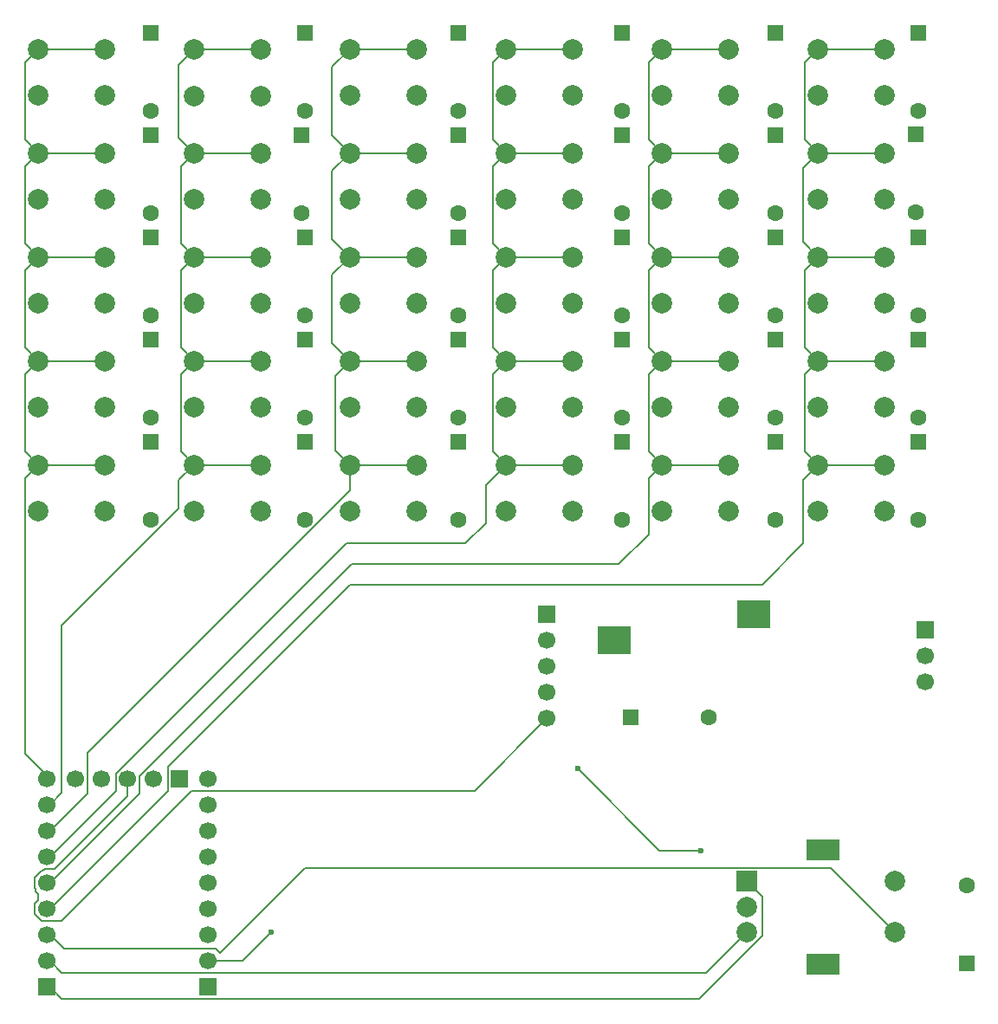
<source format=gbr>
%TF.GenerationSoftware,KiCad,Pcbnew,9.0.7*%
%TF.CreationDate,2026-02-01T21:09:59+09:00*%
%TF.ProjectId,YMMkeyboard,594d4d6b-6579-4626-9f61-72642e6b6963,rev?*%
%TF.SameCoordinates,Original*%
%TF.FileFunction,Copper,L2,Bot*%
%TF.FilePolarity,Positive*%
%FSLAX46Y46*%
G04 Gerber Fmt 4.6, Leading zero omitted, Abs format (unit mm)*
G04 Created by KiCad (PCBNEW 9.0.7) date 2026-02-01 21:09:59*
%MOMM*%
%LPD*%
G01*
G04 APERTURE LIST*
G04 Aperture macros list*
%AMRoundRect*
0 Rectangle with rounded corners*
0 $1 Rounding radius*
0 $2 $3 $4 $5 $6 $7 $8 $9 X,Y pos of 4 corners*
0 Add a 4 corners polygon primitive as box body*
4,1,4,$2,$3,$4,$5,$6,$7,$8,$9,$2,$3,0*
0 Add four circle primitives for the rounded corners*
1,1,$1+$1,$2,$3*
1,1,$1+$1,$4,$5*
1,1,$1+$1,$6,$7*
1,1,$1+$1,$8,$9*
0 Add four rect primitives between the rounded corners*
20,1,$1+$1,$2,$3,$4,$5,0*
20,1,$1+$1,$4,$5,$6,$7,0*
20,1,$1+$1,$6,$7,$8,$9,0*
20,1,$1+$1,$8,$9,$2,$3,0*%
G04 Aperture macros list end*
%TA.AperFunction,ComponentPad*%
%ADD10R,1.700000X1.700000*%
%TD*%
%TA.AperFunction,ComponentPad*%
%ADD11C,1.700000*%
%TD*%
%TA.AperFunction,ComponentPad*%
%ADD12RoundRect,0.250000X-0.550000X-0.550000X0.550000X-0.550000X0.550000X0.550000X-0.550000X0.550000X0*%
%TD*%
%TA.AperFunction,ComponentPad*%
%ADD13C,1.600000*%
%TD*%
%TA.AperFunction,SMDPad,CuDef*%
%ADD14R,3.200000X2.780000*%
%TD*%
%TA.AperFunction,ComponentPad*%
%ADD15RoundRect,0.250000X-0.550000X0.550000X-0.550000X-0.550000X0.550000X-0.550000X0.550000X0.550000X0*%
%TD*%
%TA.AperFunction,ComponentPad*%
%ADD16R,2.000000X2.000000*%
%TD*%
%TA.AperFunction,ComponentPad*%
%ADD17C,2.000000*%
%TD*%
%TA.AperFunction,ComponentPad*%
%ADD18R,3.200000X2.000000*%
%TD*%
%TA.AperFunction,ComponentPad*%
%ADD19RoundRect,0.250000X0.550000X-0.550000X0.550000X0.550000X-0.550000X0.550000X-0.550000X-0.550000X0*%
%TD*%
%TA.AperFunction,ViaPad*%
%ADD20C,0.600000*%
%TD*%
%TA.AperFunction,Conductor*%
%ADD21C,0.200000*%
%TD*%
G04 APERTURE END LIST*
D10*
%TO.P,U1,0,0*%
%TO.N,Net-(SW32-PadA)*%
X118090000Y-118310000D03*
D11*
%TO.P,U1,1,1*%
%TO.N,Net-(SW32-PadB)*%
X118090000Y-115770000D03*
%TO.P,U1,2,2*%
%TO.N,Net-(SW32-PadS1)*%
X118090000Y-113230000D03*
%TO.P,U1,3,3*%
%TO.N,Net-(SW13-Pad1)*%
X118090000Y-110690000D03*
%TO.P,U1,4,4*%
%TO.N,Net-(SW12-Pad1)*%
X118090000Y-108150000D03*
%TO.P,U1,5,5*%
%TO.N,Net-(SW11-Pad1)*%
X118090000Y-105610000D03*
%TO.P,U1,6,6*%
%TO.N,Net-(SW10-Pad1)*%
X118090000Y-103070000D03*
%TO.P,U1,7,7*%
%TO.N,Net-(SW15-Pad1)*%
X118090000Y-100530000D03*
%TO.P,U1,8,8*%
%TO.N,Net-(SW14-Pad1)*%
X118090000Y-97990000D03*
%TO.P,U1,9,9*%
%TO.N,Net-(J3-Pin_3)*%
X120920000Y-98000000D03*
%TO.P,U1,10,10*%
%TO.N,unconnected-(U1-Pad10)*%
X123460000Y-98000000D03*
%TO.P,U1,11,11*%
%TO.N,Net-(J1-Pin_5)*%
X126000000Y-98000000D03*
%TO.P,U1,12,12*%
%TO.N,Net-(J1-Pin_4)*%
X128540000Y-98000000D03*
D10*
%TO.P,U1,13,13*%
%TO.N,Net-(J1-Pin_3)*%
X131080000Y-98000000D03*
D11*
%TO.P,U1,14,14*%
%TO.N,Net-(D26-K)*%
X133870000Y-97980000D03*
%TO.P,U1,15,15*%
%TO.N,Net-(D20-K)*%
X133870000Y-100520000D03*
%TO.P,U1,26,26*%
%TO.N,Net-(D14-K)*%
X133870000Y-103060000D03*
%TO.P,U1,27,27*%
%TO.N,Net-(D10-K)*%
X133870000Y-105600000D03*
%TO.P,U1,28,28*%
%TO.N,Net-(D2-K)*%
X133870000Y-108140000D03*
%TO.P,U1,29,29*%
%TO.N,Net-(D32-K)*%
X133870000Y-110680000D03*
%TO.P,U1,30,3V3*%
%TO.N,unconnected-(U1-3V3-Pad30)*%
X133870000Y-113220000D03*
%TO.P,U1,31,GND*%
%TO.N,GND*%
X133870000Y-115760000D03*
D10*
%TO.P,U1,32,5V*%
%TO.N,Net-(J1-Pin_2)*%
X133870000Y-118300000D03*
%TD*%
D12*
%TO.P,D29,1,K*%
%TO.N,N/C*%
X175190000Y-92000000D03*
D13*
%TO.P,D29,2,A*%
X182810000Y-92000000D03*
%TD*%
D14*
%TO.P,REF\u002A\u002A,1*%
%TO.N,N/C*%
X173537000Y-84460000D03*
%TO.P,REF\u002A\u002A,2*%
X187220000Y-81920000D03*
%TD*%
D13*
%TO.P,D9,2,A*%
%TO.N,Net-(D9-A)*%
X143000000Y-42730000D03*
D15*
%TO.P,D9,1,K*%
%TO.N,Net-(D10-K)*%
X143000000Y-35110000D03*
%TD*%
%TO.P,D13,1,K*%
%TO.N,Net-(D10-K)*%
X203000000Y-35000000D03*
D13*
%TO.P,D13,2,A*%
%TO.N,Net-(D13-A)*%
X203000000Y-42620000D03*
%TD*%
%TO.P,D3,2,A*%
%TO.N,Net-(D3-A)*%
X143300000Y-32700000D03*
D15*
%TO.P,D3,1,K*%
%TO.N,Net-(D2-K)*%
X143300000Y-25080000D03*
%TD*%
D13*
%TO.P,D15,2,A*%
%TO.N,Net-(D15-A)*%
X143300000Y-52700000D03*
D15*
%TO.P,D15,1,K*%
%TO.N,Net-(D14-K)*%
X143300000Y-45080000D03*
%TD*%
D13*
%TO.P,D12,2,A*%
%TO.N,Net-(D12-A)*%
X189300000Y-42700000D03*
D15*
%TO.P,D12,1,K*%
%TO.N,Net-(D10-K)*%
X189300000Y-35080000D03*
%TD*%
D13*
%TO.P,D2,2,A*%
%TO.N,Net-(D2-A)*%
X128300000Y-32700000D03*
D15*
%TO.P,D2,1,K*%
%TO.N,Net-(D2-K)*%
X128300000Y-25080000D03*
%TD*%
D16*
%TO.P,SW32,A,A*%
%TO.N,Net-(SW32-PadA)*%
X186500000Y-108000000D03*
D17*
%TO.P,SW32,B,B*%
%TO.N,Net-(SW32-PadB)*%
X186500000Y-113000000D03*
%TO.P,SW32,C,C*%
%TO.N,GND*%
X186500000Y-110500000D03*
D18*
%TO.P,SW32,MP*%
%TO.N,N/C*%
X194000000Y-104900000D03*
X194000000Y-116100000D03*
D17*
%TO.P,SW32,S1,S1*%
%TO.N,Net-(SW32-PadS1)*%
X201000000Y-113000000D03*
%TO.P,SW32,S2,S2*%
%TO.N,Net-(D32-A)*%
X201000000Y-108000000D03*
%TD*%
%TO.P,SW31,1,1*%
%TO.N,Net-(SW13-Pad1)*%
X193460000Y-67320000D03*
X199960000Y-67320000D03*
%TO.P,SW31,2,2*%
%TO.N,Net-(D31-A)*%
X193460000Y-71820000D03*
X199960000Y-71820000D03*
%TD*%
%TO.P,SW30,1,1*%
%TO.N,Net-(SW12-Pad1)*%
X178220000Y-67320000D03*
X184720000Y-67320000D03*
%TO.P,SW30,2,2*%
%TO.N,Net-(D30-A)*%
X178220000Y-71820000D03*
X184720000Y-71820000D03*
%TD*%
%TO.P,SW29,1,1*%
%TO.N,Net-(SW11-Pad1)*%
X162980000Y-67320000D03*
X169480000Y-67320000D03*
%TO.P,SW29,2,2*%
%TO.N,Net-(D29-A)*%
X162980000Y-71820000D03*
X169480000Y-71820000D03*
%TD*%
%TO.P,SW28,1,1*%
%TO.N,Net-(SW10-Pad1)*%
X147740000Y-67320000D03*
X154240000Y-67320000D03*
%TO.P,SW28,2,2*%
%TO.N,Net-(D28-A)*%
X147740000Y-71820000D03*
X154240000Y-71820000D03*
%TD*%
%TO.P,SW27,1,1*%
%TO.N,Net-(SW15-Pad1)*%
X132500000Y-67320000D03*
X139000000Y-67320000D03*
%TO.P,SW27,2,2*%
%TO.N,Net-(D27-A)*%
X132500000Y-71820000D03*
X139000000Y-71820000D03*
%TD*%
%TO.P,SW26,1,1*%
%TO.N,Net-(SW14-Pad1)*%
X117260000Y-67320000D03*
X123760000Y-67320000D03*
%TO.P,SW26,2,2*%
%TO.N,Net-(D26-A)*%
X117260000Y-71820000D03*
X123760000Y-71820000D03*
%TD*%
%TO.P,SW25,1,1*%
%TO.N,Net-(SW13-Pad1)*%
X193460000Y-57160000D03*
X199960000Y-57160000D03*
%TO.P,SW25,2,2*%
%TO.N,Net-(D25-A)*%
X193460000Y-61660000D03*
X199960000Y-61660000D03*
%TD*%
%TO.P,SW24,1,1*%
%TO.N,Net-(SW12-Pad1)*%
X178220000Y-57160000D03*
X184720000Y-57160000D03*
%TO.P,SW24,2,2*%
%TO.N,Net-(D24-A)*%
X178220000Y-61660000D03*
X184720000Y-61660000D03*
%TD*%
%TO.P,SW23,1,1*%
%TO.N,Net-(SW11-Pad1)*%
X162980000Y-57160000D03*
X169480000Y-57160000D03*
%TO.P,SW23,2,2*%
%TO.N,Net-(D23-A)*%
X162980000Y-61660000D03*
X169480000Y-61660000D03*
%TD*%
%TO.P,SW22,1,1*%
%TO.N,Net-(SW10-Pad1)*%
X147740000Y-57160000D03*
X154240000Y-57160000D03*
%TO.P,SW22,2,2*%
%TO.N,Net-(D22-A)*%
X147740000Y-61660000D03*
X154240000Y-61660000D03*
%TD*%
%TO.P,SW21,1,1*%
%TO.N,Net-(SW15-Pad1)*%
X132500000Y-57160000D03*
X139000000Y-57160000D03*
%TO.P,SW21,2,2*%
%TO.N,Net-(D21-A)*%
X132500000Y-61660000D03*
X139000000Y-61660000D03*
%TD*%
%TO.P,SW20,1,1*%
%TO.N,Net-(SW14-Pad1)*%
X117260000Y-57160000D03*
X123760000Y-57160000D03*
%TO.P,SW20,2,2*%
%TO.N,Net-(D20-A)*%
X117260000Y-61660000D03*
X123760000Y-61660000D03*
%TD*%
%TO.P,SW19,1,1*%
%TO.N,Net-(SW13-Pad1)*%
X193460000Y-47000000D03*
X199960000Y-47000000D03*
%TO.P,SW19,2,2*%
%TO.N,Net-(D19-A)*%
X193460000Y-51500000D03*
X199960000Y-51500000D03*
%TD*%
%TO.P,SW18,1,1*%
%TO.N,Net-(SW12-Pad1)*%
X178220000Y-47000000D03*
X184720000Y-47000000D03*
%TO.P,SW18,2,2*%
%TO.N,Net-(D18-A)*%
X178220000Y-51500000D03*
X184720000Y-51500000D03*
%TD*%
%TO.P,SW17,1,1*%
%TO.N,Net-(SW11-Pad1)*%
X162980000Y-47000000D03*
X169480000Y-47000000D03*
%TO.P,SW17,2,2*%
%TO.N,Net-(D17-A)*%
X162980000Y-51500000D03*
X169480000Y-51500000D03*
%TD*%
%TO.P,SW16,1,1*%
%TO.N,Net-(SW10-Pad1)*%
X147740000Y-47000000D03*
X154240000Y-47000000D03*
%TO.P,SW16,2,2*%
%TO.N,Net-(D16-A)*%
X147740000Y-51500000D03*
X154240000Y-51500000D03*
%TD*%
%TO.P,SW15,1,1*%
%TO.N,Net-(SW15-Pad1)*%
X132500000Y-47000000D03*
X139000000Y-47000000D03*
%TO.P,SW15,2,2*%
%TO.N,Net-(D15-A)*%
X132500000Y-51500000D03*
X139000000Y-51500000D03*
%TD*%
%TO.P,SW14,1,1*%
%TO.N,Net-(SW14-Pad1)*%
X117260000Y-47000000D03*
X123760000Y-47000000D03*
%TO.P,SW14,2,2*%
%TO.N,Net-(D14-A)*%
X117260000Y-51500000D03*
X123760000Y-51500000D03*
%TD*%
%TO.P,SW13,1,1*%
%TO.N,Net-(SW13-Pad1)*%
X193460000Y-36840000D03*
X199960000Y-36840000D03*
%TO.P,SW13,2,2*%
%TO.N,Net-(D13-A)*%
X193460000Y-41340000D03*
X199960000Y-41340000D03*
%TD*%
%TO.P,SW12,1,1*%
%TO.N,Net-(SW12-Pad1)*%
X178220000Y-36840000D03*
X184720000Y-36840000D03*
%TO.P,SW12,2,2*%
%TO.N,Net-(D12-A)*%
X178220000Y-41340000D03*
X184720000Y-41340000D03*
%TD*%
%TO.P,SW11,1,1*%
%TO.N,Net-(SW11-Pad1)*%
X162980000Y-36840000D03*
X169480000Y-36840000D03*
%TO.P,SW11,2,2*%
%TO.N,Net-(D11-A)*%
X162980000Y-41340000D03*
X169480000Y-41340000D03*
%TD*%
%TO.P,SW10,1,1*%
%TO.N,Net-(SW10-Pad1)*%
X147740000Y-36840000D03*
X154240000Y-36840000D03*
%TO.P,SW10,2,2*%
%TO.N,Net-(D10-A)*%
X147740000Y-41340000D03*
X154240000Y-41340000D03*
%TD*%
%TO.P,SW9,1,1*%
%TO.N,Net-(SW15-Pad1)*%
X132500000Y-36840000D03*
X139000000Y-36840000D03*
%TO.P,SW9,2,2*%
%TO.N,Net-(D9-A)*%
X132500000Y-41340000D03*
X139000000Y-41340000D03*
%TD*%
%TO.P,SW8,1,1*%
%TO.N,Net-(SW14-Pad1)*%
X117260000Y-36840000D03*
X123760000Y-36840000D03*
%TO.P,SW8,2,2*%
%TO.N,Net-(D8-A)*%
X117260000Y-41340000D03*
X123760000Y-41340000D03*
%TD*%
%TO.P,SW7,1,1*%
%TO.N,Net-(SW13-Pad1)*%
X193460000Y-26680000D03*
X199960000Y-26680000D03*
%TO.P,SW7,2,2*%
%TO.N,Net-(D7-A)*%
X193460000Y-31180000D03*
X199960000Y-31180000D03*
%TD*%
%TO.P,SW6,1,1*%
%TO.N,Net-(SW12-Pad1)*%
X178220000Y-26680000D03*
X184720000Y-26680000D03*
%TO.P,SW6,2,2*%
%TO.N,Net-(D6-A)*%
X178220000Y-31180000D03*
X184720000Y-31180000D03*
%TD*%
%TO.P,SW5,1,1*%
%TO.N,Net-(SW11-Pad1)*%
X162980000Y-26680000D03*
X169480000Y-26680000D03*
%TO.P,SW5,2,2*%
%TO.N,Net-(D5-A)*%
X162980000Y-31180000D03*
X169480000Y-31180000D03*
%TD*%
%TO.P,SW4,1,1*%
%TO.N,Net-(SW10-Pad1)*%
X147740000Y-26680000D03*
X154240000Y-26680000D03*
%TO.P,SW4,2,2*%
%TO.N,Net-(D4-A)*%
X147740000Y-31180000D03*
X154240000Y-31180000D03*
%TD*%
%TO.P,SW3,1,1*%
%TO.N,Net-(SW15-Pad1)*%
X132500000Y-26735000D03*
X139000000Y-26735000D03*
%TO.P,SW3,2,2*%
%TO.N,Net-(D3-A)*%
X132500000Y-31235000D03*
X139000000Y-31235000D03*
%TD*%
%TO.P,SW2,1,1*%
%TO.N,Net-(SW14-Pad1)*%
X117260000Y-26680000D03*
X123760000Y-26680000D03*
%TO.P,SW2,2,2*%
%TO.N,Net-(D2-A)*%
X117260000Y-31180000D03*
X123760000Y-31180000D03*
%TD*%
D10*
%TO.P,J3,1,Pin_1*%
%TO.N,Net-(J1-Pin_2)*%
X204000000Y-83460000D03*
D11*
%TO.P,J3,2,Pin_2*%
%TO.N,GND*%
X204000000Y-86000000D03*
%TO.P,J3,3,Pin_3*%
%TO.N,Net-(J3-Pin_3)*%
X204000000Y-88540000D03*
%TD*%
D10*
%TO.P,J1,1,Pin_1*%
%TO.N,GND*%
X167000000Y-81920000D03*
D11*
%TO.P,J1,2,Pin_2*%
%TO.N,Net-(J1-Pin_2)*%
X167000000Y-84460000D03*
%TO.P,J1,3,Pin_3*%
%TO.N,Net-(J1-Pin_3)*%
X167000000Y-87000000D03*
%TO.P,J1,4,Pin_4*%
%TO.N,Net-(J1-Pin_4)*%
X167000000Y-89540000D03*
%TO.P,J1,5,Pin_5*%
%TO.N,Net-(J1-Pin_5)*%
X167000000Y-92080000D03*
%TD*%
D19*
%TO.P,D32,1,K*%
%TO.N,Net-(D32-K)*%
X208000000Y-116000000D03*
D13*
%TO.P,D32,2,A*%
%TO.N,Net-(D32-A)*%
X208000000Y-108380000D03*
%TD*%
D15*
%TO.P,D31,1,K*%
%TO.N,Net-(D26-K)*%
X203300000Y-65080000D03*
D13*
%TO.P,D31,2,A*%
%TO.N,Net-(D31-A)*%
X203300000Y-72700000D03*
%TD*%
D15*
%TO.P,D30,1,K*%
%TO.N,Net-(D26-K)*%
X189300000Y-65080000D03*
D13*
%TO.P,D30,2,A*%
%TO.N,Net-(D30-A)*%
X189300000Y-72700000D03*
%TD*%
D15*
%TO.P,D29,1,K*%
%TO.N,Net-(D26-K)*%
X174300000Y-65080000D03*
D13*
%TO.P,D29,2,A*%
%TO.N,Net-(D29-A)*%
X174300000Y-72700000D03*
%TD*%
D15*
%TO.P,D28,1,K*%
%TO.N,Net-(D26-K)*%
X158300000Y-65080000D03*
D13*
%TO.P,D28,2,A*%
%TO.N,Net-(D28-A)*%
X158300000Y-72700000D03*
%TD*%
D15*
%TO.P,D27,1,K*%
%TO.N,Net-(D26-K)*%
X143300000Y-65080000D03*
D13*
%TO.P,D27,2,A*%
%TO.N,Net-(D27-A)*%
X143300000Y-72700000D03*
%TD*%
D15*
%TO.P,D26,1,K*%
%TO.N,Net-(D26-K)*%
X128300000Y-65080000D03*
D13*
%TO.P,D26,2,A*%
%TO.N,Net-(D26-A)*%
X128300000Y-72700000D03*
%TD*%
D15*
%TO.P,D25,1,K*%
%TO.N,Net-(D20-K)*%
X203300000Y-55080000D03*
D13*
%TO.P,D25,2,A*%
%TO.N,Net-(D25-A)*%
X203300000Y-62700000D03*
%TD*%
D15*
%TO.P,D24,1,K*%
%TO.N,Net-(D20-K)*%
X189300000Y-55080000D03*
D13*
%TO.P,D24,2,A*%
%TO.N,Net-(D24-A)*%
X189300000Y-62700000D03*
%TD*%
D15*
%TO.P,D23,1,K*%
%TO.N,Net-(D20-K)*%
X174300000Y-55080000D03*
D13*
%TO.P,D23,2,A*%
%TO.N,Net-(D23-A)*%
X174300000Y-62700000D03*
%TD*%
D15*
%TO.P,D22,1,K*%
%TO.N,Net-(D20-K)*%
X158300000Y-55080000D03*
D13*
%TO.P,D22,2,A*%
%TO.N,Net-(D22-A)*%
X158300000Y-62700000D03*
%TD*%
D15*
%TO.P,D21,1,K*%
%TO.N,Net-(D20-K)*%
X143300000Y-55080000D03*
D13*
%TO.P,D21,2,A*%
%TO.N,Net-(D21-A)*%
X143300000Y-62700000D03*
%TD*%
D15*
%TO.P,D20,1,K*%
%TO.N,Net-(D20-K)*%
X128300000Y-55080000D03*
D13*
%TO.P,D20,2,A*%
%TO.N,Net-(D20-A)*%
X128300000Y-62700000D03*
%TD*%
D15*
%TO.P,D19,1,K*%
%TO.N,Net-(D14-K)*%
X203300000Y-45080000D03*
D13*
%TO.P,D19,2,A*%
%TO.N,Net-(D19-A)*%
X203300000Y-52700000D03*
%TD*%
D15*
%TO.P,D18,1,K*%
%TO.N,Net-(D14-K)*%
X189300000Y-45080000D03*
D13*
%TO.P,D18,2,A*%
%TO.N,Net-(D18-A)*%
X189300000Y-52700000D03*
%TD*%
D15*
%TO.P,D17,1,K*%
%TO.N,Net-(D14-K)*%
X174300000Y-45080000D03*
D13*
%TO.P,D17,2,A*%
%TO.N,Net-(D17-A)*%
X174300000Y-52700000D03*
%TD*%
D15*
%TO.P,D16,1,K*%
%TO.N,Net-(D14-K)*%
X158300000Y-45080000D03*
D13*
%TO.P,D16,2,A*%
%TO.N,Net-(D16-A)*%
X158300000Y-52700000D03*
%TD*%
D15*
%TO.P,D14,1,K*%
%TO.N,Net-(D14-K)*%
X128300000Y-45080000D03*
D13*
%TO.P,D14,2,A*%
%TO.N,Net-(D14-A)*%
X128300000Y-52700000D03*
%TD*%
D15*
%TO.P,D11,1,K*%
%TO.N,Net-(D10-K)*%
X174300000Y-35080000D03*
D13*
%TO.P,D11,2,A*%
%TO.N,Net-(D11-A)*%
X174300000Y-42700000D03*
%TD*%
D15*
%TO.P,D10,1,K*%
%TO.N,Net-(D10-K)*%
X158300000Y-35080000D03*
D13*
%TO.P,D10,2,A*%
%TO.N,Net-(D10-A)*%
X158300000Y-42700000D03*
%TD*%
D15*
%TO.P,D8,1,K*%
%TO.N,Net-(D10-K)*%
X128300000Y-35080000D03*
D13*
%TO.P,D8,2,A*%
%TO.N,Net-(D8-A)*%
X128300000Y-42700000D03*
%TD*%
D15*
%TO.P,D7,1,K*%
%TO.N,Net-(D2-K)*%
X203300000Y-25080000D03*
D13*
%TO.P,D7,2,A*%
%TO.N,Net-(D7-A)*%
X203300000Y-32700000D03*
%TD*%
D15*
%TO.P,D6,1,K*%
%TO.N,Net-(D2-K)*%
X189300000Y-25080000D03*
D13*
%TO.P,D6,2,A*%
%TO.N,Net-(D6-A)*%
X189300000Y-32700000D03*
%TD*%
D15*
%TO.P,D5,1,K*%
%TO.N,Net-(D2-K)*%
X174300000Y-25080000D03*
D13*
%TO.P,D5,2,A*%
%TO.N,Net-(D5-A)*%
X174300000Y-32700000D03*
%TD*%
D15*
%TO.P,D4,1,K*%
%TO.N,Net-(D2-K)*%
X158300000Y-25080000D03*
D13*
%TO.P,D4,2,A*%
%TO.N,Net-(D4-A)*%
X158300000Y-32700000D03*
%TD*%
D20*
%TO.N,GND*%
X140000000Y-113000000D03*
X182000000Y-105000000D03*
X170000000Y-97000000D03*
%TD*%
D21*
%TO.N,Net-(SW32-PadS1)*%
X119819000Y-114629000D02*
X118430000Y-113240000D01*
X133373240Y-114629000D02*
X119819000Y-114629000D01*
X134346760Y-114609000D02*
X133393240Y-114609000D01*
X134366760Y-114629000D02*
X134346760Y-114609000D01*
X135000000Y-115000000D02*
X134629000Y-114629000D01*
X134629000Y-114629000D02*
X134366760Y-114629000D01*
X133393240Y-114609000D02*
X133373240Y-114629000D01*
X143301000Y-106699000D02*
X135000000Y-115000000D01*
X194699000Y-106699000D02*
X143301000Y-106699000D01*
X201000000Y-113000000D02*
X194699000Y-106699000D01*
%TO.N,Net-(J1-Pin_5)*%
X126000000Y-99677760D02*
X126000000Y-98000000D01*
X118906760Y-106771000D02*
X126000000Y-99677760D01*
X117953240Y-106771000D02*
X118906760Y-106771000D01*
X117725240Y-106999000D02*
X117953240Y-106771000D01*
X117613240Y-106999000D02*
X117725240Y-106999000D01*
X116939000Y-107673240D02*
X117613240Y-106999000D01*
X116939000Y-108626760D02*
X116939000Y-107673240D01*
X117000000Y-108687760D02*
X116939000Y-108626760D01*
X117000000Y-109000000D02*
X117000000Y-108687760D01*
X117279000Y-109279000D02*
X117000000Y-109000000D01*
X117279000Y-109873240D02*
X117279000Y-109279000D01*
X116939000Y-110213240D02*
X117279000Y-109873240D01*
X117943240Y-111841000D02*
X117613240Y-111841000D01*
X117953240Y-111851000D02*
X117943240Y-111841000D01*
X132231000Y-99151000D02*
X119531000Y-111851000D01*
X119531000Y-111851000D02*
X117953240Y-111851000D01*
X117613240Y-111841000D02*
X116939000Y-111166760D01*
X159929000Y-99151000D02*
X132231000Y-99151000D01*
X167000000Y-92080000D02*
X159929000Y-99151000D01*
X116939000Y-111166760D02*
X116939000Y-110213240D01*
%TO.N,GND*%
X140000000Y-113000000D02*
X137220000Y-115780000D01*
X181000000Y-105000000D02*
X182000000Y-105000000D01*
X178000000Y-105000000D02*
X181000000Y-105000000D01*
X170000000Y-97000000D02*
X178000000Y-105000000D01*
%TO.N,Net-(SW32-PadB)*%
X118430000Y-115780000D02*
X119581000Y-116931000D01*
X182569000Y-116931000D02*
X186500000Y-113000000D01*
%TO.N,Net-(SW32-PadA)*%
X188000000Y-109500000D02*
X186500000Y-108000000D01*
X188000000Y-113339892D02*
X188000000Y-109500000D01*
X181868892Y-119471000D02*
X188000000Y-113339892D01*
X119581000Y-119471000D02*
X181868892Y-119471000D01*
X118430000Y-118320000D02*
X119581000Y-119471000D01*
%TO.N,Net-(SW13-Pad1)*%
X192000000Y-75000000D02*
X192000000Y-68780000D01*
X192000000Y-68780000D02*
X193460000Y-67320000D01*
X147778000Y-79000000D02*
X188000000Y-79000000D01*
X129929000Y-96849000D02*
X147778000Y-79000000D01*
X129929000Y-99201000D02*
X129929000Y-96849000D01*
X118430000Y-110700000D02*
X129929000Y-99201000D01*
X188000000Y-79000000D02*
X192000000Y-75000000D01*
%TO.N,Net-(SW12-Pad1)*%
X176919000Y-68621000D02*
X178220000Y-67320000D01*
X176919000Y-74081000D02*
X176919000Y-68621000D01*
X174000000Y-77000000D02*
X176919000Y-74081000D01*
X147912240Y-77000000D02*
X174000000Y-77000000D01*
X127151000Y-97761240D02*
X147912240Y-77000000D01*
X127151000Y-99439000D02*
X127151000Y-97761240D01*
X118430000Y-108160000D02*
X127151000Y-99439000D01*
%TO.N,Net-(SW11-Pad1)*%
X161000000Y-69300000D02*
X162980000Y-67320000D01*
X161000000Y-73000000D02*
X161000000Y-69300000D01*
X159000000Y-75000000D02*
X161000000Y-73000000D01*
X124849000Y-97523240D02*
X147372240Y-75000000D01*
X124849000Y-99201000D02*
X124849000Y-97523240D01*
X147372240Y-75000000D02*
X159000000Y-75000000D01*
X118430000Y-105620000D02*
X124849000Y-99201000D01*
%TO.N,Net-(SW10-Pad1)*%
X122071000Y-95486050D02*
X147740000Y-69817050D01*
X122071000Y-99439000D02*
X122071000Y-95486050D01*
X118430000Y-103080000D02*
X122071000Y-99439000D01*
X147740000Y-69817050D02*
X147740000Y-67320000D01*
%TO.N,Net-(SW15-Pad1)*%
X131000000Y-68820000D02*
X132500000Y-67320000D01*
X131000000Y-71557050D02*
X131000000Y-68820000D01*
X119581000Y-82976050D02*
X131000000Y-71557050D01*
X119581000Y-99389000D02*
X119581000Y-82976050D01*
X118430000Y-100540000D02*
X119581000Y-99389000D01*
%TO.N,Net-(SW14-Pad1)*%
X115959000Y-68621000D02*
X117260000Y-67320000D01*
X115959000Y-95529000D02*
X115959000Y-68621000D01*
X118430000Y-98000000D02*
X115959000Y-95529000D01*
X117260000Y-36840000D02*
X123760000Y-36840000D01*
X123760000Y-47000000D02*
X117260000Y-47000000D01*
X117260000Y-57160000D02*
X123760000Y-57160000D01*
X123760000Y-67320000D02*
X117260000Y-67320000D01*
%TO.N,Net-(SW15-Pad1)*%
X132500000Y-67320000D02*
X139000000Y-67320000D01*
X139000000Y-57160000D02*
X132500000Y-57160000D01*
X132500000Y-47000000D02*
X139000000Y-47000000D01*
X139000000Y-36840000D02*
X132500000Y-36840000D01*
X132500000Y-26735000D02*
X139000000Y-26735000D01*
%TO.N,Net-(SW10-Pad1)*%
X154240000Y-26680000D02*
X147740000Y-26680000D01*
X147740000Y-36840000D02*
X154240000Y-36840000D01*
X154240000Y-47000000D02*
X147740000Y-47000000D01*
X147740000Y-57160000D02*
X154240000Y-57160000D01*
X154240000Y-67320000D02*
X147740000Y-67320000D01*
%TO.N,Net-(SW11-Pad1)*%
X169480000Y-67320000D02*
X162980000Y-67320000D01*
X162980000Y-57160000D02*
X169480000Y-57160000D01*
X169480000Y-47000000D02*
X162980000Y-47000000D01*
X162980000Y-36840000D02*
X169480000Y-36840000D01*
X169480000Y-26680000D02*
X162980000Y-26680000D01*
%TO.N,Net-(SW12-Pad1)*%
X178220000Y-26680000D02*
X184720000Y-26680000D01*
X184720000Y-36840000D02*
X178220000Y-36840000D01*
X178220000Y-47000000D02*
X184720000Y-47000000D01*
X178220000Y-57160000D02*
X184720000Y-57160000D01*
X184720000Y-67320000D02*
X178220000Y-67320000D01*
%TO.N,Net-(SW13-Pad1)*%
X199960000Y-67320000D02*
X193460000Y-67320000D01*
X193460000Y-57160000D02*
X199960000Y-57160000D01*
X199960000Y-47000000D02*
X193460000Y-47000000D01*
X193460000Y-36840000D02*
X199960000Y-36840000D01*
X199960000Y-26680000D02*
X193460000Y-26680000D01*
X192159000Y-27981000D02*
X193460000Y-26680000D01*
X192159000Y-35539000D02*
X192159000Y-27981000D01*
X193460000Y-36840000D02*
X192159000Y-35539000D01*
X192000000Y-45540000D02*
X193460000Y-47000000D01*
X192000000Y-38300000D02*
X192000000Y-45540000D01*
X193460000Y-36840000D02*
X192000000Y-38300000D01*
X192159000Y-55859000D02*
X192159000Y-48301000D01*
X192159000Y-48301000D02*
X193460000Y-47000000D01*
X193460000Y-57160000D02*
X192159000Y-55859000D01*
X192159000Y-58461000D02*
X193460000Y-57160000D01*
X193460000Y-67320000D02*
X192159000Y-66019000D01*
X192159000Y-66019000D02*
X192159000Y-58461000D01*
%TO.N,Net-(SW12-Pad1)*%
X176919000Y-58461000D02*
X178220000Y-57160000D01*
X176919000Y-66019000D02*
X176919000Y-58461000D01*
X178220000Y-67320000D02*
X176919000Y-66019000D01*
X176919000Y-55859000D02*
X178220000Y-57160000D01*
X176919000Y-48301000D02*
X176919000Y-55859000D01*
X178220000Y-47000000D02*
X176919000Y-48301000D01*
X176919000Y-45699000D02*
X178220000Y-47000000D01*
X178220000Y-36840000D02*
X176919000Y-38141000D01*
X176919000Y-38141000D02*
X176919000Y-45699000D01*
X176919000Y-35539000D02*
X178220000Y-36840000D01*
X176919000Y-27981000D02*
X176919000Y-35539000D01*
X178220000Y-26680000D02*
X176919000Y-27981000D01*
%TO.N,Net-(SW11-Pad1)*%
X161679000Y-27981000D02*
X162980000Y-26680000D01*
X161679000Y-35539000D02*
X161679000Y-27981000D01*
X162980000Y-36840000D02*
X161679000Y-35539000D01*
X161679000Y-38141000D02*
X162980000Y-36840000D01*
X161679000Y-45699000D02*
X161679000Y-38141000D01*
X162980000Y-47000000D02*
X161679000Y-45699000D01*
X161679000Y-48301000D02*
X162980000Y-47000000D01*
X161679000Y-55859000D02*
X161679000Y-48301000D01*
X162980000Y-57160000D02*
X161679000Y-55859000D01*
X161679000Y-66019000D02*
X161679000Y-58461000D01*
X162980000Y-67320000D02*
X161679000Y-66019000D01*
X161679000Y-58461000D02*
X162980000Y-57160000D01*
%TO.N,Net-(SW10-Pad1)*%
X146290000Y-58610000D02*
X147740000Y-57160000D01*
X147740000Y-67320000D02*
X146290000Y-65870000D01*
X146290000Y-65870000D02*
X146290000Y-58610000D01*
X146000000Y-48740000D02*
X147740000Y-47000000D01*
X146000000Y-55420000D02*
X146000000Y-48740000D01*
X147740000Y-57160000D02*
X146000000Y-55420000D01*
X146000000Y-45260000D02*
X147740000Y-47000000D01*
X146000000Y-38580000D02*
X146000000Y-45260000D01*
X147740000Y-36840000D02*
X146000000Y-38580000D01*
X146000000Y-35100000D02*
X147740000Y-36840000D01*
X146000000Y-28420000D02*
X146000000Y-35100000D01*
X147740000Y-26680000D02*
X146000000Y-28420000D01*
%TO.N,Net-(SW15-Pad1)*%
X131000000Y-28235000D02*
X132500000Y-26735000D01*
X131000000Y-35340000D02*
X131000000Y-28235000D01*
X132500000Y-36840000D02*
X131000000Y-35340000D01*
X131199000Y-45699000D02*
X131199000Y-38141000D01*
X132500000Y-47000000D02*
X131199000Y-45699000D01*
X131199000Y-38141000D02*
X132500000Y-36840000D01*
X131199000Y-48301000D02*
X132500000Y-47000000D01*
X131199000Y-55859000D02*
X131199000Y-48301000D01*
X132500000Y-57160000D02*
X131199000Y-55859000D01*
X131199000Y-58461000D02*
X132500000Y-57160000D01*
X131199000Y-66019000D02*
X131199000Y-58461000D01*
X132500000Y-67320000D02*
X131199000Y-66019000D01*
%TO.N,Net-(SW14-Pad1)*%
X115959000Y-58461000D02*
X115959000Y-66019000D01*
X117260000Y-57160000D02*
X115959000Y-58461000D01*
X115959000Y-66019000D02*
X117260000Y-67320000D01*
X115959000Y-55859000D02*
X117260000Y-57160000D01*
X115959000Y-48301000D02*
X115959000Y-55859000D01*
X117260000Y-47000000D02*
X115959000Y-48301000D01*
X115959000Y-45699000D02*
X117260000Y-47000000D01*
X115959000Y-38141000D02*
X115959000Y-45699000D01*
X117260000Y-36840000D02*
X115959000Y-38141000D01*
X115959000Y-27981000D02*
X115959000Y-35539000D01*
X115959000Y-35539000D02*
X117260000Y-36840000D01*
X117260000Y-26680000D02*
X115959000Y-27981000D01*
X123760000Y-26680000D02*
X117260000Y-26680000D01*
%TO.N,GND*%
X137220000Y-115780000D02*
X133670000Y-115780000D01*
%TO.N,Net-(SW32-PadB)*%
X119581000Y-116931000D02*
X182569000Y-116931000D01*
%TD*%
M02*

</source>
